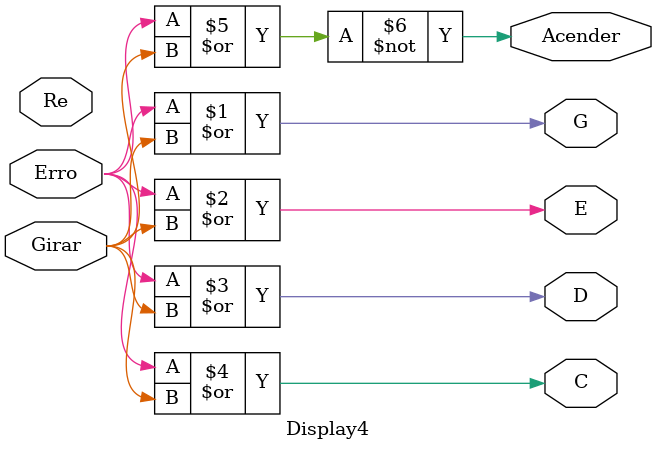
<source format=v>
module Display4(
	input Erro,
	input Re,
	input Girar,
	output C,
	output D,
	output E,
	output G,
	output Acender
);
	or(G, Erro, Girar);
	or(E, Erro, Girar);
	or(D, Erro, Girar);
	or(C, Erro, Girar);
	
	nor(Acender, Erro, Girar);
endmodule
</source>
